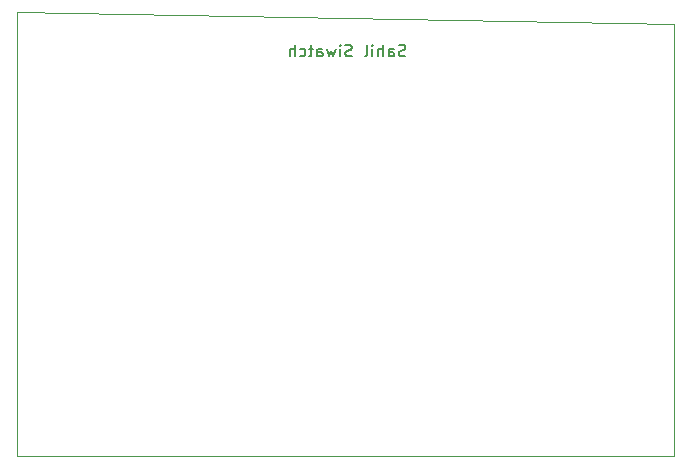
<source format=gbr>
G04 #@! TF.GenerationSoftware,KiCad,Pcbnew,(5.1.5)-3*
G04 #@! TF.CreationDate,2020-02-12T17:51:35+05:30*
G04 #@! TF.ProjectId,copy_UT,636f7079-5f55-4542-9e6b-696361645f70,rev?*
G04 #@! TF.SameCoordinates,Original*
G04 #@! TF.FileFunction,Legend,Bot*
G04 #@! TF.FilePolarity,Positive*
%FSLAX46Y46*%
G04 Gerber Fmt 4.6, Leading zero omitted, Abs format (unit mm)*
G04 Created by KiCad (PCBNEW (5.1.5)-3) date 2020-02-12 17:51:35*
%MOMM*%
%LPD*%
G04 APERTURE LIST*
%ADD10C,0.150000*%
%ADD11C,0.120000*%
G04 APERTURE END LIST*
D10*
X116688571Y-67460761D02*
X116545714Y-67508380D01*
X116307619Y-67508380D01*
X116212380Y-67460761D01*
X116164761Y-67413142D01*
X116117142Y-67317904D01*
X116117142Y-67222666D01*
X116164761Y-67127428D01*
X116212380Y-67079809D01*
X116307619Y-67032190D01*
X116498095Y-66984571D01*
X116593333Y-66936952D01*
X116640952Y-66889333D01*
X116688571Y-66794095D01*
X116688571Y-66698857D01*
X116640952Y-66603619D01*
X116593333Y-66556000D01*
X116498095Y-66508380D01*
X116260000Y-66508380D01*
X116117142Y-66556000D01*
X115260000Y-67508380D02*
X115260000Y-66984571D01*
X115307619Y-66889333D01*
X115402857Y-66841714D01*
X115593333Y-66841714D01*
X115688571Y-66889333D01*
X115260000Y-67460761D02*
X115355238Y-67508380D01*
X115593333Y-67508380D01*
X115688571Y-67460761D01*
X115736190Y-67365523D01*
X115736190Y-67270285D01*
X115688571Y-67175047D01*
X115593333Y-67127428D01*
X115355238Y-67127428D01*
X115260000Y-67079809D01*
X114783809Y-67508380D02*
X114783809Y-66508380D01*
X114355238Y-67508380D02*
X114355238Y-66984571D01*
X114402857Y-66889333D01*
X114498095Y-66841714D01*
X114640952Y-66841714D01*
X114736190Y-66889333D01*
X114783809Y-66936952D01*
X113879047Y-67508380D02*
X113879047Y-66841714D01*
X113879047Y-66508380D02*
X113926666Y-66556000D01*
X113879047Y-66603619D01*
X113831428Y-66556000D01*
X113879047Y-66508380D01*
X113879047Y-66603619D01*
X113260000Y-67508380D02*
X113355238Y-67460761D01*
X113402857Y-67365523D01*
X113402857Y-66508380D01*
X112164761Y-67460761D02*
X112021904Y-67508380D01*
X111783809Y-67508380D01*
X111688571Y-67460761D01*
X111640952Y-67413142D01*
X111593333Y-67317904D01*
X111593333Y-67222666D01*
X111640952Y-67127428D01*
X111688571Y-67079809D01*
X111783809Y-67032190D01*
X111974285Y-66984571D01*
X112069523Y-66936952D01*
X112117142Y-66889333D01*
X112164761Y-66794095D01*
X112164761Y-66698857D01*
X112117142Y-66603619D01*
X112069523Y-66556000D01*
X111974285Y-66508380D01*
X111736190Y-66508380D01*
X111593333Y-66556000D01*
X111164761Y-67508380D02*
X111164761Y-66841714D01*
X111164761Y-66508380D02*
X111212380Y-66556000D01*
X111164761Y-66603619D01*
X111117142Y-66556000D01*
X111164761Y-66508380D01*
X111164761Y-66603619D01*
X110783809Y-66841714D02*
X110593333Y-67508380D01*
X110402857Y-67032190D01*
X110212380Y-67508380D01*
X110021904Y-66841714D01*
X109212380Y-67508380D02*
X109212380Y-66984571D01*
X109260000Y-66889333D01*
X109355238Y-66841714D01*
X109545714Y-66841714D01*
X109640952Y-66889333D01*
X109212380Y-67460761D02*
X109307619Y-67508380D01*
X109545714Y-67508380D01*
X109640952Y-67460761D01*
X109688571Y-67365523D01*
X109688571Y-67270285D01*
X109640952Y-67175047D01*
X109545714Y-67127428D01*
X109307619Y-67127428D01*
X109212380Y-67079809D01*
X108879047Y-66841714D02*
X108498095Y-66841714D01*
X108736190Y-66508380D02*
X108736190Y-67365523D01*
X108688571Y-67460761D01*
X108593333Y-67508380D01*
X108498095Y-67508380D01*
X107736190Y-67460761D02*
X107831428Y-67508380D01*
X108021904Y-67508380D01*
X108117142Y-67460761D01*
X108164761Y-67413142D01*
X108212380Y-67317904D01*
X108212380Y-67032190D01*
X108164761Y-66936952D01*
X108117142Y-66889333D01*
X108021904Y-66841714D01*
X107831428Y-66841714D01*
X107736190Y-66889333D01*
X107307619Y-67508380D02*
X107307619Y-66508380D01*
X106879047Y-67508380D02*
X106879047Y-66984571D01*
X106926666Y-66889333D01*
X107021904Y-66841714D01*
X107164761Y-66841714D01*
X107260000Y-66889333D01*
X107307619Y-66936952D01*
D11*
X139446000Y-64770000D02*
X83820000Y-63754000D01*
X139446000Y-101346000D02*
X139446000Y-64770000D01*
X83820000Y-101346000D02*
X139446000Y-101346000D01*
X83820000Y-63754000D02*
X83820000Y-101346000D01*
M02*

</source>
